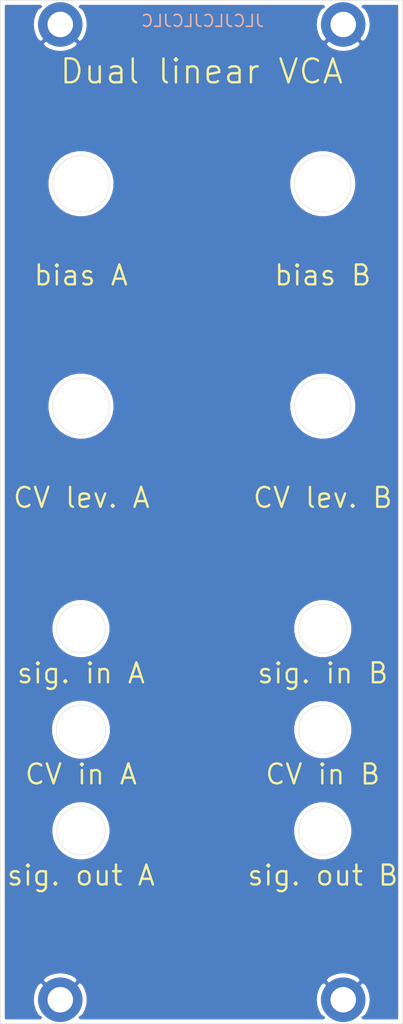
<source format=kicad_pcb>
(kicad_pcb (version 20171130) (host pcbnew 5.1.6-c6e7f7d~87~ubuntu18.04.1)

  (general
    (thickness 1.6)
    (drawings 51)
    (tracks 0)
    (zones 0)
    (modules 4)
    (nets 2)
  )

  (page A4)
  (layers
    (0 F.Cu signal hide)
    (31 B.Cu signal hide)
    (32 B.Adhes user)
    (33 F.Adhes user)
    (34 B.Paste user)
    (35 F.Paste user)
    (36 B.SilkS user)
    (37 F.SilkS user)
    (38 B.Mask user)
    (39 F.Mask user)
    (40 Dwgs.User user)
    (41 Cmts.User user)
    (42 Eco1.User user)
    (43 Eco2.User user)
    (44 Edge.Cuts user)
    (45 Margin user)
    (46 B.CrtYd user)
    (47 F.CrtYd user)
    (48 B.Fab user hide)
    (49 F.Fab user hide)
  )

  (setup
    (last_trace_width 0.25)
    (trace_clearance 0.2)
    (zone_clearance 0.508)
    (zone_45_only no)
    (trace_min 0.2)
    (via_size 0.8)
    (via_drill 0.4)
    (via_min_size 0.4)
    (via_min_drill 0.3)
    (uvia_size 0.3)
    (uvia_drill 0.1)
    (uvias_allowed no)
    (uvia_min_size 0.2)
    (uvia_min_drill 0.1)
    (edge_width 0.05)
    (segment_width 0.2)
    (pcb_text_width 0.3)
    (pcb_text_size 1.5 1.5)
    (mod_edge_width 0.12)
    (mod_text_size 1 1)
    (mod_text_width 0.15)
    (pad_size 5.6 5.6)
    (pad_drill 3.2)
    (pad_to_mask_clearance 0.05)
    (aux_axis_origin 0 0)
    (visible_elements FFFFFF7F)
    (pcbplotparams
      (layerselection 0x010f0_ffffffff)
      (usegerberextensions false)
      (usegerberattributes true)
      (usegerberadvancedattributes true)
      (creategerberjobfile false)
      (excludeedgelayer true)
      (linewidth 0.100000)
      (plotframeref false)
      (viasonmask false)
      (mode 1)
      (useauxorigin false)
      (hpglpennumber 1)
      (hpglpenspeed 20)
      (hpglpendiameter 15.000000)
      (psnegative false)
      (psa4output false)
      (plotreference true)
      (plotvalue true)
      (plotinvisibletext false)
      (padsonsilk false)
      (subtractmaskfromsilk false)
      (outputformat 1)
      (mirror false)
      (drillshape 0)
      (scaleselection 1)
      (outputdirectory "../construction_docs/gerbers/"))
  )

  (net 0 "")
  (net 1 GND)

  (net_class Default "This is the default net class."
    (clearance 0.2)
    (trace_width 0.25)
    (via_dia 0.8)
    (via_drill 0.4)
    (uvia_dia 0.3)
    (uvia_drill 0.1)
    (add_net GND)
  )

  (module MountingHole:MountingHole_3.2mm_M3_DIN965_Pad (layer F.Cu) (tedit 56D1B4CB) (tstamp 5F0C80A7)
    (at 43.06 125.5)
    (descr "Mounting Hole 3.2mm, M3, DIN965")
    (tags "mounting hole 3.2mm m3 din965")
    (path /5F0C8CD7)
    (attr virtual)
    (fp_text reference H4 (at 0 -3.8) (layer F.SilkS) hide
      (effects (font (size 1 1) (thickness 0.15)))
    )
    (fp_text value MountingHole_Pad (at 0 3.8) (layer F.Fab)
      (effects (font (size 1 1) (thickness 0.15)))
    )
    (fp_circle (center 0 0) (end 3.05 0) (layer F.CrtYd) (width 0.05))
    (fp_circle (center 0 0) (end 2.8 0) (layer Cmts.User) (width 0.15))
    (fp_text user %R (at 0.3 0) (layer F.Fab)
      (effects (font (size 1 1) (thickness 0.15)))
    )
    (pad 1 thru_hole circle (at 0 0) (size 5.6 5.6) (drill 3.2) (layers *.Cu *.Mask)
      (net 1 GND))
  )

  (module MountingHole:MountingHole_3.2mm_M3_DIN965_Pad (layer F.Cu) (tedit 56D1B4CB) (tstamp 5F0C809F)
    (at 43.06 3)
    (descr "Mounting Hole 3.2mm, M3, DIN965")
    (tags "mounting hole 3.2mm m3 din965")
    (path /5F0C8CCB)
    (attr virtual)
    (fp_text reference H3 (at 0 -3.8) (layer F.SilkS) hide
      (effects (font (size 1 1) (thickness 0.15)))
    )
    (fp_text value MountingHole_Pad (at 0 3.8) (layer F.Fab)
      (effects (font (size 1 1) (thickness 0.15)))
    )
    (fp_circle (center 0 0) (end 3.05 0) (layer F.CrtYd) (width 0.05))
    (fp_circle (center 0 0) (end 2.8 0) (layer Cmts.User) (width 0.15))
    (fp_text user %R (at 0.3 0) (layer F.Fab)
      (effects (font (size 1 1) (thickness 0.15)))
    )
    (pad 1 thru_hole circle (at 0 0) (size 5.6 5.6) (drill 3.2) (layers *.Cu *.Mask)
      (net 1 GND))
  )

  (module MountingHole:MountingHole_3.2mm_M3_DIN965_Pad (layer F.Cu) (tedit 56D1B4CB) (tstamp 5EF55314)
    (at 7.5 125.5)
    (descr "Mounting Hole 3.2mm, M3, DIN965")
    (tags "mounting hole 3.2mm m3 din965")
    (path /5EF51153)
    (attr virtual)
    (fp_text reference H2 (at 0 -3.8) (layer F.SilkS) hide
      (effects (font (size 1 1) (thickness 0.15)))
    )
    (fp_text value MountingHole_Pad (at 0 3.8) (layer F.Fab)
      (effects (font (size 1 1) (thickness 0.15)))
    )
    (fp_circle (center 0 0) (end 2.8 0) (layer Cmts.User) (width 0.15))
    (fp_circle (center 0 0) (end 3.05 0) (layer F.CrtYd) (width 0.05))
    (fp_text user %R (at 0.3 0) (layer F.Fab)
      (effects (font (size 1 1) (thickness 0.15)))
    )
    (pad 1 thru_hole circle (at 0 0) (size 5.6 5.6) (drill 3.2) (layers *.Cu *.Mask)
      (net 1 GND))
  )

  (module MountingHole:MountingHole_3.2mm_M3_DIN965_Pad (layer F.Cu) (tedit 56D1B4CB) (tstamp 5EF5530C)
    (at 7.5 3)
    (descr "Mounting Hole 3.2mm, M3, DIN965")
    (tags "mounting hole 3.2mm m3 din965")
    (path /5EF50380)
    (attr virtual)
    (fp_text reference H1 (at 0 -3.8) (layer F.SilkS) hide
      (effects (font (size 1 1) (thickness 0.15)))
    )
    (fp_text value MountingHole_Pad (at 0 3.8) (layer F.Fab)
      (effects (font (size 1 1) (thickness 0.15)))
    )
    (fp_circle (center 0 0) (end 2.8 0) (layer Cmts.User) (width 0.15))
    (fp_circle (center 0 0) (end 3.05 0) (layer F.CrtYd) (width 0.05))
    (fp_text user %R (at 0.3 0) (layer F.Fab)
      (effects (font (size 1 1) (thickness 0.15)))
    )
    (pad 1 thru_hole circle (at 0 0) (size 5.6 5.6) (drill 3.2) (layers *.Cu *.Mask)
      (net 1 GND))
  )

  (gr_text JLCJLCJLCJLC (at 25.4 2.54) (layer B.SilkS)
    (effects (font (size 1.5 1.5) (thickness 0.2)) (justify mirror))
  )
  (gr_line (start 45.09 99.68) (end 45.09 108.88) (layer Dwgs.User) (width 0.15))
  (gr_line (start 35.89 108.88) (end 45.09 108.88) (layer Dwgs.User) (width 0.15))
  (gr_line (start 35.89 99.68) (end 35.89 108.88) (layer Dwgs.User) (width 0.15))
  (gr_line (start 35.89 99.68) (end 45.09 99.68) (layer Dwgs.User) (width 0.15))
  (gr_line (start 14.7 99.68) (end 14.7 108.88) (layer Dwgs.User) (width 0.15))
  (gr_line (start 5.5 108.88) (end 14.7 108.88) (layer Dwgs.User) (width 0.15))
  (gr_line (start 5.5 99.68) (end 5.5 108.88) (layer Dwgs.User) (width 0.15))
  (gr_line (start 5.5 99.68) (end 14.7 99.68) (layer Dwgs.User) (width 0.15))
  (gr_circle (center 10.1 50.94) (end 16.45 50.94) (layer Dwgs.User) (width 0.15) (tstamp 5EFD2D91))
  (gr_circle (center 40.49 50.94) (end 46.84 50.94) (layer Dwgs.User) (width 0.15) (tstamp 5EFD2D91))
  (gr_circle (center 40.49 23) (end 46.84 23) (layer Dwgs.User) (width 0.15) (tstamp 5EFD2D91))
  (gr_circle (center 10.1 23) (end 16.45 23) (layer Dwgs.User) (width 0.15))
  (gr_circle (center 40.49 104.28) (end 44.49 104.28) (layer Dwgs.User) (width 0.15) (tstamp 5EFD2C25))
  (gr_circle (center 40.49 91.58) (end 44.49 91.58) (layer Dwgs.User) (width 0.15) (tstamp 5EFD2C09))
  (gr_circle (center 40.49 78.88) (end 44.49 78.88) (layer Dwgs.User) (width 0.15) (tstamp 5EFD2BE1))
  (gr_circle (center 10.1 78.88) (end 14.1 78.88) (layer Dwgs.User) (width 0.15) (tstamp 5EFD2BE1))
  (gr_circle (center 10.1 91.58) (end 14.1 91.58) (layer Dwgs.User) (width 0.15) (tstamp 5EFD2BE1))
  (gr_circle (center 10.1 104.28) (end 14.1 104.28) (layer Dwgs.User) (width 0.15))
  (gr_text "Dual linear VCA" (at 25.25 8.89) (layer F.SilkS)
    (effects (font (size 3 3) (thickness 0.3)))
  )
  (gr_text "sig. out B" (at 40.49 109.88) (layer F.SilkS) (tstamp 5EF54C6D)
    (effects (font (size 2.5 2.5) (thickness 0.3)))
  )
  (gr_text "CV in B" (at 40.49 97.18) (layer F.SilkS) (tstamp 5EF54C65)
    (effects (font (size 2.5 2.5) (thickness 0.3)))
  )
  (gr_text "sig. in B" (at 40.49 84.48) (layer F.SilkS) (tstamp 5EF54C5D)
    (effects (font (size 2.5 2.5) (thickness 0.3)))
  )
  (gr_text "sig. out A" (at 10.1 109.88) (layer F.SilkS) (tstamp 5EF54C3D)
    (effects (font (size 2.5 2.5) (thickness 0.3)))
  )
  (gr_text "CV in A" (at 10.1 97.18) (layer F.SilkS) (tstamp 5EF54C24)
    (effects (font (size 2.5 2.5) (thickness 0.3)))
  )
  (gr_text "sig. in A" (at 10.1 84.48) (layer F.SilkS) (tstamp 5EF54C24)
    (effects (font (size 2.5 2.5) (thickness 0.3)))
  )
  (gr_text "CV lev. B" (at 40.49 62.44) (layer F.SilkS) (tstamp 5EF54C1B)
    (effects (font (size 2.5 2.5) (thickness 0.3)))
  )
  (gr_text "bias B" (at 40.49 34.5) (layer F.SilkS) (tstamp 5EF54C13)
    (effects (font (size 2.5 2.5) (thickness 0.3)))
  )
  (gr_text "CV lev. A" (at 10.16 62.44) (layer F.SilkS)
    (effects (font (size 2.5 2.5) (thickness 0.3)))
  )
  (gr_text "bias A" (at 10.1 34.5) (layer F.SilkS)
    (effects (font (size 2.5 2.5) (thickness 0.3)))
  )
  (gr_circle (center 40.49 78.88) (end 43.54 78.88) (layer Edge.Cuts) (width 0.05) (tstamp 5EF4EDF1))
  (gr_circle (center 40.49 104.28) (end 43.54 104.28) (layer Edge.Cuts) (width 0.05) (tstamp 5EF4EDF0))
  (gr_circle (center 40.49 91.58) (end 43.54 91.58) (layer Edge.Cuts) (width 0.05) (tstamp 5EF4EDEF))
  (gr_circle (center 40.49 50.94) (end 44.04 50.94) (layer Edge.Cuts) (width 0.05) (tstamp 5EF4EDAA))
  (gr_circle (center 40.49 23) (end 44.04 23) (layer Edge.Cuts) (width 0.05) (tstamp 5EF4EDAA))
  (gr_circle (center 10.1 104.28) (end 13.15 104.28) (layer Edge.Cuts) (width 0.05) (tstamp 5EF4EBC1))
  (gr_circle (center 10.1 91.58) (end 13.2 91.58) (layer Edge.Cuts) (width 0.05) (tstamp 5EF4EBC1))
  (gr_circle (center 10.1 78.88) (end 13.15 78.88) (layer Edge.Cuts) (width 0.05) (tstamp 5EF4EBC1))
  (gr_circle (center 10.1 50.94) (end 13.65 50.94) (layer Edge.Cuts) (width 0.05) (tstamp 5EF4EBC1))
  (gr_circle (center 10.1 23) (end 13.65 23) (layer Edge.Cuts) (width 0.05))
  (gr_line (start 0 117.5) (end 50.5 117.5) (layer Dwgs.User) (width 0.15))
  (gr_line (start 0 11) (end 50.5 11) (layer Dwgs.User) (width 0.15))
  (gr_line (start 40.49 0) (end 40.49 128.5) (layer Dwgs.User) (width 0.15))
  (gr_line (start 10.1 0) (end 10.1 128.5) (layer Dwgs.User) (width 0.15))
  (gr_line (start 0 125.5) (end 50.5 125.5) (layer Dwgs.User) (width 0.15))
  (gr_line (start 0 3) (end 50.5 3) (layer Dwgs.User) (width 0.15))
  (gr_line (start 25.25 0) (end 25.25 128.5) (layer Dwgs.User) (width 0.15))
  (gr_line (start 0 0) (end 50.5 0) (layer Edge.Cuts) (width 0.05) (tstamp 5EF4E863))
  (gr_line (start 50.5 0) (end 50.5 128.5) (layer Edge.Cuts) (width 0.05))
  (gr_line (start 0 128.5) (end 50.5 128.5) (layer Edge.Cuts) (width 0.05))
  (gr_line (start 0 0) (end 0 128.5) (layer Edge.Cuts) (width 0.05))

  (zone (net 1) (net_name GND) (layer F.Cu) (tstamp 5F21FD21) (hatch edge 0.508)
    (connect_pads (clearance 0.508))
    (min_thickness 0.254)
    (fill yes (arc_segments 32) (thermal_gap 0.508) (thermal_bridge_width 0.508))
    (polygon
      (pts
        (xy 52.07 130.81) (xy -2.54 130.81) (xy -2.54 -1.27) (xy 52.07 -1.27)
      )
    )
    (filled_polygon
      (pts
        (xy 5.083517 0.763125) (xy 4.634823 1.075308) (xy 4.314388 1.671259) (xy 4.116374 2.318273) (xy 4.04839 2.991484)
        (xy 4.113051 3.665023) (xy 4.30787 4.313006) (xy 4.625361 4.91053) (xy 4.634823 4.924692) (xy 5.083519 5.236876)
        (xy 7.320395 3) (xy 7.306253 2.985858) (xy 7.485858 2.806253) (xy 7.5 2.820395) (xy 7.514143 2.806253)
        (xy 7.693748 2.985858) (xy 7.679605 3) (xy 9.916481 5.236876) (xy 10.365177 4.924692) (xy 10.685612 4.328741)
        (xy 10.883626 3.681727) (xy 10.95161 3.008516) (xy 10.886949 2.334977) (xy 10.69213 1.686994) (xy 10.374639 1.08947)
        (xy 10.365177 1.075308) (xy 9.916483 0.763125) (xy 10.019608 0.66) (xy 40.540392 0.66) (xy 40.643517 0.763125)
        (xy 40.194823 1.075308) (xy 39.874388 1.671259) (xy 39.676374 2.318273) (xy 39.60839 2.991484) (xy 39.673051 3.665023)
        (xy 39.86787 4.313006) (xy 40.185361 4.91053) (xy 40.194823 4.924692) (xy 40.643519 5.236876) (xy 42.880395 3)
        (xy 42.866253 2.985858) (xy 43.045858 2.806253) (xy 43.06 2.820395) (xy 43.074143 2.806253) (xy 43.253748 2.985858)
        (xy 43.239605 3) (xy 45.476481 5.236876) (xy 45.925177 4.924692) (xy 46.245612 4.328741) (xy 46.443626 3.681727)
        (xy 46.51161 3.008516) (xy 46.446949 2.334977) (xy 46.25213 1.686994) (xy 45.934639 1.08947) (xy 45.925177 1.075308)
        (xy 45.476483 0.763125) (xy 45.579608 0.66) (xy 49.84 0.66) (xy 49.840001 127.84) (xy 45.579608 127.84)
        (xy 45.476483 127.736875) (xy 45.925177 127.424692) (xy 46.245612 126.828741) (xy 46.443626 126.181727) (xy 46.51161 125.508516)
        (xy 46.446949 124.834977) (xy 46.25213 124.186994) (xy 45.934639 123.58947) (xy 45.925177 123.575308) (xy 45.476481 123.263124)
        (xy 43.239605 125.5) (xy 43.253748 125.514143) (xy 43.074143 125.693748) (xy 43.06 125.679605) (xy 43.045858 125.693748)
        (xy 42.866253 125.514143) (xy 42.880395 125.5) (xy 40.643519 123.263124) (xy 40.194823 123.575308) (xy 39.874388 124.171259)
        (xy 39.676374 124.818273) (xy 39.60839 125.491484) (xy 39.673051 126.165023) (xy 39.86787 126.813006) (xy 40.185361 127.41053)
        (xy 40.194823 127.424692) (xy 40.643517 127.736875) (xy 40.540392 127.84) (xy 10.019608 127.84) (xy 9.916483 127.736875)
        (xy 10.365177 127.424692) (xy 10.685612 126.828741) (xy 10.883626 126.181727) (xy 10.95161 125.508516) (xy 10.886949 124.834977)
        (xy 10.69213 124.186994) (xy 10.374639 123.58947) (xy 10.365177 123.575308) (xy 9.916481 123.263124) (xy 7.679605 125.5)
        (xy 7.693748 125.514143) (xy 7.514143 125.693748) (xy 7.5 125.679605) (xy 7.485858 125.693748) (xy 7.306253 125.514143)
        (xy 7.320395 125.5) (xy 5.083519 123.263124) (xy 4.634823 123.575308) (xy 4.314388 124.171259) (xy 4.116374 124.818273)
        (xy 4.04839 125.491484) (xy 4.113051 126.165023) (xy 4.30787 126.813006) (xy 4.625361 127.41053) (xy 4.634823 127.424692)
        (xy 5.083517 127.736875) (xy 4.980392 127.84) (xy 0.66 127.84) (xy 0.66 123.083519) (xy 5.263124 123.083519)
        (xy 7.5 125.320395) (xy 9.736876 123.083519) (xy 40.823124 123.083519) (xy 43.06 125.320395) (xy 45.296876 123.083519)
        (xy 44.984692 122.634823) (xy 44.388741 122.314388) (xy 43.741727 122.116374) (xy 43.068516 122.04839) (xy 42.394977 122.113051)
        (xy 41.746994 122.30787) (xy 41.14947 122.625361) (xy 41.135308 122.634823) (xy 40.823124 123.083519) (xy 9.736876 123.083519)
        (xy 9.424692 122.634823) (xy 8.828741 122.314388) (xy 8.181727 122.116374) (xy 7.508516 122.04839) (xy 6.834977 122.113051)
        (xy 6.186994 122.30787) (xy 5.58947 122.625361) (xy 5.575308 122.634823) (xy 5.263124 123.083519) (xy 0.66 123.083519)
        (xy 0.66 99.6696) (xy 5.3848 99.6696) (xy 5.3848 108.8644) (xy 5.38724 108.889176) (xy 5.394467 108.913001)
        (xy 5.406203 108.934957) (xy 5.421997 108.954203) (xy 5.441243 108.969997) (xy 5.463199 108.981733) (xy 5.487024 108.98896)
        (xy 5.5118 108.9914) (xy 14.7066 108.9914) (xy 14.731376 108.98896) (xy 14.755201 108.981733) (xy 14.777157 108.969997)
        (xy 14.796403 108.954203) (xy 14.812197 108.934957) (xy 14.823933 108.913001) (xy 14.83116 108.889176) (xy 14.8336 108.8644)
        (xy 14.8336 99.68) (xy 35.763 99.68) (xy 35.763 108.88) (xy 35.76544 108.904776) (xy 35.772667 108.928601)
        (xy 35.784403 108.950557) (xy 35.800197 108.969803) (xy 35.819443 108.985597) (xy 35.841399 108.997333) (xy 35.865224 109.00456)
        (xy 35.89 109.007) (xy 45.09 109.007) (xy 45.114776 109.00456) (xy 45.138601 108.997333) (xy 45.160557 108.985597)
        (xy 45.179803 108.969803) (xy 45.195597 108.950557) (xy 45.207333 108.928601) (xy 45.21456 108.904776) (xy 45.217 108.88)
        (xy 45.217 99.68) (xy 45.21456 99.655224) (xy 45.207333 99.631399) (xy 45.195597 99.609443) (xy 45.179803 99.590197)
        (xy 45.160557 99.574403) (xy 45.138601 99.562667) (xy 45.114776 99.55544) (xy 45.09 99.553) (xy 35.89 99.553)
        (xy 35.865224 99.55544) (xy 35.841399 99.562667) (xy 35.819443 99.574403) (xy 35.800197 99.590197) (xy 35.784403 99.609443)
        (xy 35.772667 99.631399) (xy 35.76544 99.655224) (xy 35.763 99.68) (xy 14.8336 99.68) (xy 14.8336 99.6696)
        (xy 14.83116 99.644824) (xy 14.823933 99.620999) (xy 14.812197 99.599043) (xy 14.796403 99.579797) (xy 14.777157 99.564003)
        (xy 14.755201 99.552267) (xy 14.731376 99.54504) (xy 14.7066 99.5426) (xy 5.5118 99.5426) (xy 5.487024 99.54504)
        (xy 5.463199 99.552267) (xy 5.441243 99.564003) (xy 5.421997 99.579797) (xy 5.406203 99.599043) (xy 5.394467 99.620999)
        (xy 5.38724 99.644824) (xy 5.3848 99.6696) (xy 0.66 99.6696) (xy 0.66 91.209495) (xy 6.338202 91.209495)
        (xy 6.338202 91.950505) (xy 6.482766 92.677276) (xy 6.766338 93.36188) (xy 7.17802 93.978007) (xy 7.701993 94.50198)
        (xy 8.31812 94.913662) (xy 9.002724 95.197234) (xy 9.729495 95.341798) (xy 10.470505 95.341798) (xy 11.197276 95.197234)
        (xy 11.88188 94.913662) (xy 12.498007 94.50198) (xy 13.02198 93.978007) (xy 13.433662 93.36188) (xy 13.717234 92.677276)
        (xy 13.861798 91.950505) (xy 13.861798 91.214396) (xy 36.777961 91.214396) (xy 36.777961 91.945604) (xy 36.920613 92.662762)
        (xy 37.200434 93.33831) (xy 37.606671 93.946287) (xy 38.123713 94.463329) (xy 38.73169 94.869566) (xy 39.407238 95.149387)
        (xy 40.124396 95.292039) (xy 40.855604 95.292039) (xy 41.572762 95.149387) (xy 42.24831 94.869566) (xy 42.856287 94.463329)
        (xy 43.373329 93.946287) (xy 43.779566 93.33831) (xy 44.059387 92.662762) (xy 44.202039 91.945604) (xy 44.202039 91.214396)
        (xy 44.059387 90.497238) (xy 43.779566 89.82169) (xy 43.373329 89.213713) (xy 42.856287 88.696671) (xy 42.24831 88.290434)
        (xy 41.572762 88.010613) (xy 40.855604 87.867961) (xy 40.124396 87.867961) (xy 39.407238 88.010613) (xy 38.73169 88.290434)
        (xy 38.123713 88.696671) (xy 37.606671 89.213713) (xy 37.200434 89.82169) (xy 36.920613 90.497238) (xy 36.777961 91.214396)
        (xy 13.861798 91.214396) (xy 13.861798 91.209495) (xy 13.717234 90.482724) (xy 13.433662 89.79812) (xy 13.02198 89.181993)
        (xy 12.498007 88.65802) (xy 11.88188 88.246338) (xy 11.197276 87.962766) (xy 10.470505 87.818202) (xy 9.729495 87.818202)
        (xy 9.002724 87.962766) (xy 8.31812 88.246338) (xy 7.701993 88.65802) (xy 7.17802 89.181993) (xy 6.766338 89.79812)
        (xy 6.482766 90.482724) (xy 6.338202 91.209495) (xy 0.66 91.209495) (xy 0.66 78.514396) (xy 6.387961 78.514396)
        (xy 6.387961 79.245604) (xy 6.530613 79.962762) (xy 6.810434 80.63831) (xy 7.216671 81.246287) (xy 7.733713 81.763329)
        (xy 8.34169 82.169566) (xy 9.017238 82.449387) (xy 9.734396 82.592039) (xy 10.465604 82.592039) (xy 11.182762 82.449387)
        (xy 11.85831 82.169566) (xy 12.466287 81.763329) (xy 12.983329 81.246287) (xy 13.389566 80.63831) (xy 13.669387 79.962762)
        (xy 13.812039 79.245604) (xy 13.812039 78.514396) (xy 36.777961 78.514396) (xy 36.777961 79.245604) (xy 36.920613 79.962762)
        (xy 37.200434 80.63831) (xy 37.606671 81.246287) (xy 38.123713 81.763329) (xy 38.73169 82.169566) (xy 39.407238 82.449387)
        (xy 40.124396 82.592039) (xy 40.855604 82.592039) (xy 41.572762 82.449387) (xy 42.24831 82.169566) (xy 42.856287 81.763329)
        (xy 43.373329 81.246287) (xy 43.779566 80.63831) (xy 44.059387 79.962762) (xy 44.202039 79.245604) (xy 44.202039 78.514396)
        (xy 44.059387 77.797238) (xy 43.779566 77.12169) (xy 43.373329 76.513713) (xy 42.856287 75.996671) (xy 42.24831 75.590434)
        (xy 41.572762 75.310613) (xy 40.855604 75.167961) (xy 40.124396 75.167961) (xy 39.407238 75.310613) (xy 38.73169 75.590434)
        (xy 38.123713 75.996671) (xy 37.606671 76.513713) (xy 37.200434 77.12169) (xy 36.920613 77.797238) (xy 36.777961 78.514396)
        (xy 13.812039 78.514396) (xy 13.669387 77.797238) (xy 13.389566 77.12169) (xy 12.983329 76.513713) (xy 12.466287 75.996671)
        (xy 11.85831 75.590434) (xy 11.182762 75.310613) (xy 10.465604 75.167961) (xy 9.734396 75.167961) (xy 9.017238 75.310613)
        (xy 8.34169 75.590434) (xy 7.733713 75.996671) (xy 7.216671 76.513713) (xy 6.810434 77.12169) (xy 6.530613 77.797238)
        (xy 6.387961 78.514396) (xy 0.66 78.514396) (xy 0.66 50.525387) (xy 5.890369 50.525387) (xy 5.890369 51.354613)
        (xy 6.052142 52.167904) (xy 6.369473 52.934008) (xy 6.830166 53.623484) (xy 7.416516 54.209834) (xy 8.105992 54.670527)
        (xy 8.872096 54.987858) (xy 9.685387 55.149631) (xy 10.514613 55.149631) (xy 11.327904 54.987858) (xy 12.094008 54.670527)
        (xy 12.783484 54.209834) (xy 13.369834 53.623484) (xy 13.830527 52.934008) (xy 14.147858 52.167904) (xy 14.309631 51.354613)
        (xy 14.309631 50.525387) (xy 36.280369 50.525387) (xy 36.280369 51.354613) (xy 36.442142 52.167904) (xy 36.759473 52.934008)
        (xy 37.220166 53.623484) (xy 37.806516 54.209834) (xy 38.495992 54.670527) (xy 39.262096 54.987858) (xy 40.075387 55.149631)
        (xy 40.904613 55.149631) (xy 41.717904 54.987858) (xy 42.484008 54.670527) (xy 43.173484 54.209834) (xy 43.759834 53.623484)
        (xy 44.220527 52.934008) (xy 44.537858 52.167904) (xy 44.699631 51.354613) (xy 44.699631 50.525387) (xy 44.537858 49.712096)
        (xy 44.220527 48.945992) (xy 43.759834 48.256516) (xy 43.173484 47.670166) (xy 42.484008 47.209473) (xy 41.717904 46.892142)
        (xy 40.904613 46.730369) (xy 40.075387 46.730369) (xy 39.262096 46.892142) (xy 38.495992 47.209473) (xy 37.806516 47.670166)
        (xy 37.220166 48.256516) (xy 36.759473 48.945992) (xy 36.442142 49.712096) (xy 36.280369 50.525387) (xy 14.309631 50.525387)
        (xy 14.147858 49.712096) (xy 13.830527 48.945992) (xy 13.369834 48.256516) (xy 12.783484 47.670166) (xy 12.094008 47.209473)
        (xy 11.327904 46.892142) (xy 10.514613 46.730369) (xy 9.685387 46.730369) (xy 8.872096 46.892142) (xy 8.105992 47.209473)
        (xy 7.416516 47.670166) (xy 6.830166 48.256516) (xy 6.369473 48.945992) (xy 6.052142 49.712096) (xy 5.890369 50.525387)
        (xy 0.66 50.525387) (xy 0.66 22.585387) (xy 5.890369 22.585387) (xy 5.890369 23.414613) (xy 6.052142 24.227904)
        (xy 6.369473 24.994008) (xy 6.830166 25.683484) (xy 7.416516 26.269834) (xy 8.105992 26.730527) (xy 8.872096 27.047858)
        (xy 9.685387 27.209631) (xy 10.514613 27.209631) (xy 11.327904 27.047858) (xy 12.094008 26.730527) (xy 12.783484 26.269834)
        (xy 13.369834 25.683484) (xy 13.830527 24.994008) (xy 14.147858 24.227904) (xy 14.309631 23.414613) (xy 14.309631 22.585387)
        (xy 36.280369 22.585387) (xy 36.280369 23.414613) (xy 36.442142 24.227904) (xy 36.759473 24.994008) (xy 37.220166 25.683484)
        (xy 37.806516 26.269834) (xy 38.495992 26.730527) (xy 39.262096 27.047858) (xy 40.075387 27.209631) (xy 40.904613 27.209631)
        (xy 41.717904 27.047858) (xy 42.484008 26.730527) (xy 43.173484 26.269834) (xy 43.759834 25.683484) (xy 44.220527 24.994008)
        (xy 44.537858 24.227904) (xy 44.699631 23.414613) (xy 44.699631 22.585387) (xy 44.537858 21.772096) (xy 44.220527 21.005992)
        (xy 43.759834 20.316516) (xy 43.173484 19.730166) (xy 42.484008 19.269473) (xy 41.717904 18.952142) (xy 40.904613 18.790369)
        (xy 40.075387 18.790369) (xy 39.262096 18.952142) (xy 38.495992 19.269473) (xy 37.806516 19.730166) (xy 37.220166 20.316516)
        (xy 36.759473 21.005992) (xy 36.442142 21.772096) (xy 36.280369 22.585387) (xy 14.309631 22.585387) (xy 14.147858 21.772096)
        (xy 13.830527 21.005992) (xy 13.369834 20.316516) (xy 12.783484 19.730166) (xy 12.094008 19.269473) (xy 11.327904 18.952142)
        (xy 10.514613 18.790369) (xy 9.685387 18.790369) (xy 8.872096 18.952142) (xy 8.105992 19.269473) (xy 7.416516 19.730166)
        (xy 6.830166 20.316516) (xy 6.369473 21.005992) (xy 6.052142 21.772096) (xy 5.890369 22.585387) (xy 0.66 22.585387)
        (xy 0.66 5.416481) (xy 5.263124 5.416481) (xy 5.575308 5.865177) (xy 6.171259 6.185612) (xy 6.818273 6.383626)
        (xy 7.491484 6.45161) (xy 8.165023 6.386949) (xy 8.813006 6.19213) (xy 9.41053 5.874639) (xy 9.424692 5.865177)
        (xy 9.736876 5.416481) (xy 40.823124 5.416481) (xy 41.135308 5.865177) (xy 41.731259 6.185612) (xy 42.378273 6.383626)
        (xy 43.051484 6.45161) (xy 43.725023 6.386949) (xy 44.373006 6.19213) (xy 44.97053 5.874639) (xy 44.984692 5.865177)
        (xy 45.296876 5.416481) (xy 43.06 3.179605) (xy 40.823124 5.416481) (xy 9.736876 5.416481) (xy 7.5 3.179605)
        (xy 5.263124 5.416481) (xy 0.66 5.416481) (xy 0.66 0.66) (xy 4.980392 0.66)
      )
    )
  )
  (zone (net 1) (net_name GND) (layer B.Cu) (tstamp 5F21FD1E) (hatch edge 0.508)
    (connect_pads (clearance 0.508))
    (min_thickness 0.254)
    (fill yes (arc_segments 32) (thermal_gap 0.508) (thermal_bridge_width 0.508))
    (polygon
      (pts
        (xy 55.88 134.62) (xy -5.08 134.62) (xy -5.08 -5.08) (xy 55.88 -5.08)
      )
    )
    (filled_polygon
      (pts
        (xy 5.083517 0.763125) (xy 4.634823 1.075308) (xy 4.314388 1.671259) (xy 4.116374 2.318273) (xy 4.04839 2.991484)
        (xy 4.113051 3.665023) (xy 4.30787 4.313006) (xy 4.625361 4.91053) (xy 4.634823 4.924692) (xy 5.083519 5.236876)
        (xy 7.320395 3) (xy 7.306253 2.985858) (xy 7.485858 2.806253) (xy 7.5 2.820395) (xy 7.514143 2.806253)
        (xy 7.693748 2.985858) (xy 7.679605 3) (xy 9.916481 5.236876) (xy 10.365177 4.924692) (xy 10.685612 4.328741)
        (xy 10.883626 3.681727) (xy 10.95161 3.008516) (xy 10.886949 2.334977) (xy 10.69213 1.686994) (xy 10.374639 1.08947)
        (xy 10.365177 1.075308) (xy 9.916483 0.763125) (xy 10.019608 0.66) (xy 40.540392 0.66) (xy 40.643517 0.763125)
        (xy 40.194823 1.075308) (xy 39.874388 1.671259) (xy 39.676374 2.318273) (xy 39.60839 2.991484) (xy 39.673051 3.665023)
        (xy 39.86787 4.313006) (xy 40.185361 4.91053) (xy 40.194823 4.924692) (xy 40.643519 5.236876) (xy 42.880395 3)
        (xy 42.866253 2.985858) (xy 43.045858 2.806253) (xy 43.06 2.820395) (xy 43.074143 2.806253) (xy 43.253748 2.985858)
        (xy 43.239605 3) (xy 45.476481 5.236876) (xy 45.925177 4.924692) (xy 46.245612 4.328741) (xy 46.443626 3.681727)
        (xy 46.51161 3.008516) (xy 46.446949 2.334977) (xy 46.25213 1.686994) (xy 45.934639 1.08947) (xy 45.925177 1.075308)
        (xy 45.476483 0.763125) (xy 45.579608 0.66) (xy 49.84 0.66) (xy 49.840001 127.84) (xy 45.579608 127.84)
        (xy 45.476483 127.736875) (xy 45.925177 127.424692) (xy 46.245612 126.828741) (xy 46.443626 126.181727) (xy 46.51161 125.508516)
        (xy 46.446949 124.834977) (xy 46.25213 124.186994) (xy 45.934639 123.58947) (xy 45.925177 123.575308) (xy 45.476481 123.263124)
        (xy 43.239605 125.5) (xy 43.253748 125.514143) (xy 43.074143 125.693748) (xy 43.06 125.679605) (xy 43.045858 125.693748)
        (xy 42.866253 125.514143) (xy 42.880395 125.5) (xy 40.643519 123.263124) (xy 40.194823 123.575308) (xy 39.874388 124.171259)
        (xy 39.676374 124.818273) (xy 39.60839 125.491484) (xy 39.673051 126.165023) (xy 39.86787 126.813006) (xy 40.185361 127.41053)
        (xy 40.194823 127.424692) (xy 40.643517 127.736875) (xy 40.540392 127.84) (xy 10.019608 127.84) (xy 9.916483 127.736875)
        (xy 10.365177 127.424692) (xy 10.685612 126.828741) (xy 10.883626 126.181727) (xy 10.95161 125.508516) (xy 10.886949 124.834977)
        (xy 10.69213 124.186994) (xy 10.374639 123.58947) (xy 10.365177 123.575308) (xy 9.916481 123.263124) (xy 7.679605 125.5)
        (xy 7.693748 125.514143) (xy 7.514143 125.693748) (xy 7.5 125.679605) (xy 7.485858 125.693748) (xy 7.306253 125.514143)
        (xy 7.320395 125.5) (xy 5.083519 123.263124) (xy 4.634823 123.575308) (xy 4.314388 124.171259) (xy 4.116374 124.818273)
        (xy 4.04839 125.491484) (xy 4.113051 126.165023) (xy 4.30787 126.813006) (xy 4.625361 127.41053) (xy 4.634823 127.424692)
        (xy 5.083517 127.736875) (xy 4.980392 127.84) (xy 0.66 127.84) (xy 0.66 123.083519) (xy 5.263124 123.083519)
        (xy 7.5 125.320395) (xy 9.736876 123.083519) (xy 40.823124 123.083519) (xy 43.06 125.320395) (xy 45.296876 123.083519)
        (xy 44.984692 122.634823) (xy 44.388741 122.314388) (xy 43.741727 122.116374) (xy 43.068516 122.04839) (xy 42.394977 122.113051)
        (xy 41.746994 122.30787) (xy 41.14947 122.625361) (xy 41.135308 122.634823) (xy 40.823124 123.083519) (xy 9.736876 123.083519)
        (xy 9.424692 122.634823) (xy 8.828741 122.314388) (xy 8.181727 122.116374) (xy 7.508516 122.04839) (xy 6.834977 122.113051)
        (xy 6.186994 122.30787) (xy 5.58947 122.625361) (xy 5.575308 122.634823) (xy 5.263124 123.083519) (xy 0.66 123.083519)
        (xy 0.66 103.914396) (xy 6.387961 103.914396) (xy 6.387961 104.645604) (xy 6.530613 105.362762) (xy 6.810434 106.03831)
        (xy 7.216671 106.646287) (xy 7.733713 107.163329) (xy 8.34169 107.569566) (xy 9.017238 107.849387) (xy 9.734396 107.992039)
        (xy 10.465604 107.992039) (xy 11.182762 107.849387) (xy 11.85831 107.569566) (xy 12.466287 107.163329) (xy 12.983329 106.646287)
        (xy 13.389566 106.03831) (xy 13.669387 105.362762) (xy 13.812039 104.645604) (xy 13.812039 103.914396) (xy 36.777961 103.914396)
        (xy 36.777961 104.645604) (xy 36.920613 105.362762) (xy 37.200434 106.03831) (xy 37.606671 106.646287) (xy 38.123713 107.163329)
        (xy 38.73169 107.569566) (xy 39.407238 107.849387) (xy 40.124396 107.992039) (xy 40.855604 107.992039) (xy 41.572762 107.849387)
        (xy 42.24831 107.569566) (xy 42.856287 107.163329) (xy 43.373329 106.646287) (xy 43.779566 106.03831) (xy 44.059387 105.362762)
        (xy 44.202039 104.645604) (xy 44.202039 103.914396) (xy 44.059387 103.197238) (xy 43.779566 102.52169) (xy 43.373329 101.913713)
        (xy 42.856287 101.396671) (xy 42.24831 100.990434) (xy 41.572762 100.710613) (xy 40.855604 100.567961) (xy 40.124396 100.567961)
        (xy 39.407238 100.710613) (xy 38.73169 100.990434) (xy 38.123713 101.396671) (xy 37.606671 101.913713) (xy 37.200434 102.52169)
        (xy 36.920613 103.197238) (xy 36.777961 103.914396) (xy 13.812039 103.914396) (xy 13.669387 103.197238) (xy 13.389566 102.52169)
        (xy 12.983329 101.913713) (xy 12.466287 101.396671) (xy 11.85831 100.990434) (xy 11.182762 100.710613) (xy 10.465604 100.567961)
        (xy 9.734396 100.567961) (xy 9.017238 100.710613) (xy 8.34169 100.990434) (xy 7.733713 101.396671) (xy 7.216671 101.913713)
        (xy 6.810434 102.52169) (xy 6.530613 103.197238) (xy 6.387961 103.914396) (xy 0.66 103.914396) (xy 0.66 91.209495)
        (xy 6.338202 91.209495) (xy 6.338202 91.950505) (xy 6.482766 92.677276) (xy 6.766338 93.36188) (xy 7.17802 93.978007)
        (xy 7.701993 94.50198) (xy 8.31812 94.913662) (xy 9.002724 95.197234) (xy 9.729495 95.341798) (xy 10.470505 95.341798)
        (xy 11.197276 95.197234) (xy 11.88188 94.913662) (xy 12.498007 94.50198) (xy 13.02198 93.978007) (xy 13.433662 93.36188)
        (xy 13.717234 92.677276) (xy 13.861798 91.950505) (xy 13.861798 91.214396) (xy 36.777961 91.214396) (xy 36.777961 91.945604)
        (xy 36.920613 92.662762) (xy 37.200434 93.33831) (xy 37.606671 93.946287) (xy 38.123713 94.463329) (xy 38.73169 94.869566)
        (xy 39.407238 95.149387) (xy 40.124396 95.292039) (xy 40.855604 95.292039) (xy 41.572762 95.149387) (xy 42.24831 94.869566)
        (xy 42.856287 94.463329) (xy 43.373329 93.946287) (xy 43.779566 93.33831) (xy 44.059387 92.662762) (xy 44.202039 91.945604)
        (xy 44.202039 91.214396) (xy 44.059387 90.497238) (xy 43.779566 89.82169) (xy 43.373329 89.213713) (xy 42.856287 88.696671)
        (xy 42.24831 88.290434) (xy 41.572762 88.010613) (xy 40.855604 87.867961) (xy 40.124396 87.867961) (xy 39.407238 88.010613)
        (xy 38.73169 88.290434) (xy 38.123713 88.696671) (xy 37.606671 89.213713) (xy 37.200434 89.82169) (xy 36.920613 90.497238)
        (xy 36.777961 91.214396) (xy 13.861798 91.214396) (xy 13.861798 91.209495) (xy 13.717234 90.482724) (xy 13.433662 89.79812)
        (xy 13.02198 89.181993) (xy 12.498007 88.65802) (xy 11.88188 88.246338) (xy 11.197276 87.962766) (xy 10.470505 87.818202)
        (xy 9.729495 87.818202) (xy 9.002724 87.962766) (xy 8.31812 88.246338) (xy 7.701993 88.65802) (xy 7.17802 89.181993)
        (xy 6.766338 89.79812) (xy 6.482766 90.482724) (xy 6.338202 91.209495) (xy 0.66 91.209495) (xy 0.66 78.514396)
        (xy 6.387961 78.514396) (xy 6.387961 79.245604) (xy 6.530613 79.962762) (xy 6.810434 80.63831) (xy 7.216671 81.246287)
        (xy 7.733713 81.763329) (xy 8.34169 82.169566) (xy 9.017238 82.449387) (xy 9.734396 82.592039) (xy 10.465604 82.592039)
        (xy 11.182762 82.449387) (xy 11.85831 82.169566) (xy 12.466287 81.763329) (xy 12.983329 81.246287) (xy 13.389566 80.63831)
        (xy 13.669387 79.962762) (xy 13.812039 79.245604) (xy 13.812039 78.514396) (xy 36.777961 78.514396) (xy 36.777961 79.245604)
        (xy 36.920613 79.962762) (xy 37.200434 80.63831) (xy 37.606671 81.246287) (xy 38.123713 81.763329) (xy 38.73169 82.169566)
        (xy 39.407238 82.449387) (xy 40.124396 82.592039) (xy 40.855604 82.592039) (xy 41.572762 82.449387) (xy 42.24831 82.169566)
        (xy 42.856287 81.763329) (xy 43.373329 81.246287) (xy 43.779566 80.63831) (xy 44.059387 79.962762) (xy 44.202039 79.245604)
        (xy 44.202039 78.514396) (xy 44.059387 77.797238) (xy 43.779566 77.12169) (xy 43.373329 76.513713) (xy 42.856287 75.996671)
        (xy 42.24831 75.590434) (xy 41.572762 75.310613) (xy 40.855604 75.167961) (xy 40.124396 75.167961) (xy 39.407238 75.310613)
        (xy 38.73169 75.590434) (xy 38.123713 75.996671) (xy 37.606671 76.513713) (xy 37.200434 77.12169) (xy 36.920613 77.797238)
        (xy 36.777961 78.514396) (xy 13.812039 78.514396) (xy 13.669387 77.797238) (xy 13.389566 77.12169) (xy 12.983329 76.513713)
        (xy 12.466287 75.996671) (xy 11.85831 75.590434) (xy 11.182762 75.310613) (xy 10.465604 75.167961) (xy 9.734396 75.167961)
        (xy 9.017238 75.310613) (xy 8.34169 75.590434) (xy 7.733713 75.996671) (xy 7.216671 76.513713) (xy 6.810434 77.12169)
        (xy 6.530613 77.797238) (xy 6.387961 78.514396) (xy 0.66 78.514396) (xy 0.66 50.525387) (xy 5.890369 50.525387)
        (xy 5.890369 51.354613) (xy 6.052142 52.167904) (xy 6.369473 52.934008) (xy 6.830166 53.623484) (xy 7.416516 54.209834)
        (xy 8.105992 54.670527) (xy 8.872096 54.987858) (xy 9.685387 55.149631) (xy 10.514613 55.149631) (xy 11.327904 54.987858)
        (xy 12.094008 54.670527) (xy 12.783484 54.209834) (xy 13.369834 53.623484) (xy 13.830527 52.934008) (xy 14.147858 52.167904)
        (xy 14.309631 51.354613) (xy 14.309631 50.525387) (xy 36.280369 50.525387) (xy 36.280369 51.354613) (xy 36.442142 52.167904)
        (xy 36.759473 52.934008) (xy 37.220166 53.623484) (xy 37.806516 54.209834) (xy 38.495992 54.670527) (xy 39.262096 54.987858)
        (xy 40.075387 55.149631) (xy 40.904613 55.149631) (xy 41.717904 54.987858) (xy 42.484008 54.670527) (xy 43.173484 54.209834)
        (xy 43.759834 53.623484) (xy 44.220527 52.934008) (xy 44.537858 52.167904) (xy 44.699631 51.354613) (xy 44.699631 50.525387)
        (xy 44.537858 49.712096) (xy 44.220527 48.945992) (xy 43.759834 48.256516) (xy 43.173484 47.670166) (xy 42.484008 47.209473)
        (xy 41.717904 46.892142) (xy 40.904613 46.730369) (xy 40.075387 46.730369) (xy 39.262096 46.892142) (xy 38.495992 47.209473)
        (xy 37.806516 47.670166) (xy 37.220166 48.256516) (xy 36.759473 48.945992) (xy 36.442142 49.712096) (xy 36.280369 50.525387)
        (xy 14.309631 50.525387) (xy 14.147858 49.712096) (xy 13.830527 48.945992) (xy 13.369834 48.256516) (xy 12.783484 47.670166)
        (xy 12.094008 47.209473) (xy 11.327904 46.892142) (xy 10.514613 46.730369) (xy 9.685387 46.730369) (xy 8.872096 46.892142)
        (xy 8.105992 47.209473) (xy 7.416516 47.670166) (xy 6.830166 48.256516) (xy 6.369473 48.945992) (xy 6.052142 49.712096)
        (xy 5.890369 50.525387) (xy 0.66 50.525387) (xy 0.66 22.585387) (xy 5.890369 22.585387) (xy 5.890369 23.414613)
        (xy 6.052142 24.227904) (xy 6.369473 24.994008) (xy 6.830166 25.683484) (xy 7.416516 26.269834) (xy 8.105992 26.730527)
        (xy 8.872096 27.047858) (xy 9.685387 27.209631) (xy 10.514613 27.209631) (xy 11.327904 27.047858) (xy 12.094008 26.730527)
        (xy 12.783484 26.269834) (xy 13.369834 25.683484) (xy 13.830527 24.994008) (xy 14.147858 24.227904) (xy 14.309631 23.414613)
        (xy 14.309631 22.585387) (xy 36.280369 22.585387) (xy 36.280369 23.414613) (xy 36.442142 24.227904) (xy 36.759473 24.994008)
        (xy 37.220166 25.683484) (xy 37.806516 26.269834) (xy 38.495992 26.730527) (xy 39.262096 27.047858) (xy 40.075387 27.209631)
        (xy 40.904613 27.209631) (xy 41.717904 27.047858) (xy 42.484008 26.730527) (xy 43.173484 26.269834) (xy 43.759834 25.683484)
        (xy 44.220527 24.994008) (xy 44.537858 24.227904) (xy 44.699631 23.414613) (xy 44.699631 22.585387) (xy 44.537858 21.772096)
        (xy 44.220527 21.005992) (xy 43.759834 20.316516) (xy 43.173484 19.730166) (xy 42.484008 19.269473) (xy 41.717904 18.952142)
        (xy 40.904613 18.790369) (xy 40.075387 18.790369) (xy 39.262096 18.952142) (xy 38.495992 19.269473) (xy 37.806516 19.730166)
        (xy 37.220166 20.316516) (xy 36.759473 21.005992) (xy 36.442142 21.772096) (xy 36.280369 22.585387) (xy 14.309631 22.585387)
        (xy 14.147858 21.772096) (xy 13.830527 21.005992) (xy 13.369834 20.316516) (xy 12.783484 19.730166) (xy 12.094008 19.269473)
        (xy 11.327904 18.952142) (xy 10.514613 18.790369) (xy 9.685387 18.790369) (xy 8.872096 18.952142) (xy 8.105992 19.269473)
        (xy 7.416516 19.730166) (xy 6.830166 20.316516) (xy 6.369473 21.005992) (xy 6.052142 21.772096) (xy 5.890369 22.585387)
        (xy 0.66 22.585387) (xy 0.66 5.416481) (xy 5.263124 5.416481) (xy 5.575308 5.865177) (xy 6.171259 6.185612)
        (xy 6.818273 6.383626) (xy 7.491484 6.45161) (xy 8.165023 6.386949) (xy 8.813006 6.19213) (xy 9.41053 5.874639)
        (xy 9.424692 5.865177) (xy 9.736876 5.416481) (xy 40.823124 5.416481) (xy 41.135308 5.865177) (xy 41.731259 6.185612)
        (xy 42.378273 6.383626) (xy 43.051484 6.45161) (xy 43.725023 6.386949) (xy 44.373006 6.19213) (xy 44.97053 5.874639)
        (xy 44.984692 5.865177) (xy 45.296876 5.416481) (xy 43.06 3.179605) (xy 40.823124 5.416481) (xy 9.736876 5.416481)
        (xy 7.5 3.179605) (xy 5.263124 5.416481) (xy 0.66 5.416481) (xy 0.66 0.66) (xy 4.980392 0.66)
      )
    )
  )
  (zone (net 0) (net_name "") (layer F.Cu) (tstamp 0) (hatch edge 0.508)
    (connect_pads (clearance 0.508))
    (min_thickness 0.254)
    (keepout (tracks not_allowed) (vias not_allowed) (copperpour not_allowed))
    (fill (arc_segments 32) (thermal_gap 0.508) (thermal_bridge_width 0.508))
    (polygon
      (pts
        (xy 14.7066 108.8644) (xy 5.5118 108.8644) (xy 5.5118 99.6696) (xy 14.7066 99.6696)
      )
    )
  )
  (zone (net 0) (net_name "") (layer F.Cu) (tstamp 0) (hatch edge 0.508)
    (connect_pads (clearance 0.508))
    (min_thickness 0.254)
    (keepout (tracks not_allowed) (vias not_allowed) (copperpour not_allowed))
    (fill (arc_segments 32) (thermal_gap 0.508) (thermal_bridge_width 0.508))
    (polygon
      (pts
        (xy 45.09 108.88) (xy 35.89 108.88) (xy 35.89 99.68) (xy 45.09 99.68)
      )
    )
  )
)

</source>
